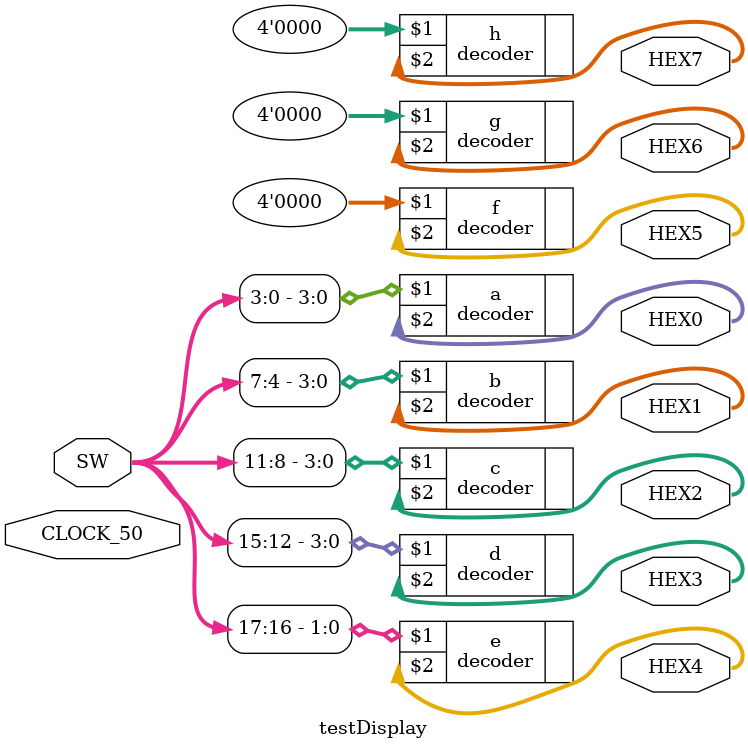
<source format=v>
/*******************************************************************************
* testDisplay.v
*
*******************************************************************************/
module testDisplay(
  input CLOCK_50,
  input [17:0] SW,
  output [6:0] HEX0, HEX1, HEX2, HEX3, HEX4, HEX5, HEX6, HEX7
);

  decoder a( SW[ 3 : 0 ] , HEX0 );
  decoder b( SW[ 7 : 4 ] , HEX1 );
  decoder c( SW[11 : 8 ] , HEX2 );
  decoder d( SW[15 : 12] , HEX3 );
  decoder e( SW[17 : 16] , HEX4 );
  decoder f(        4'b0 , HEX5 );
  decoder g(        4'b0 , HEX6 );
  decoder h(        4'b0 , HEX7 );

endmodule


</source>
